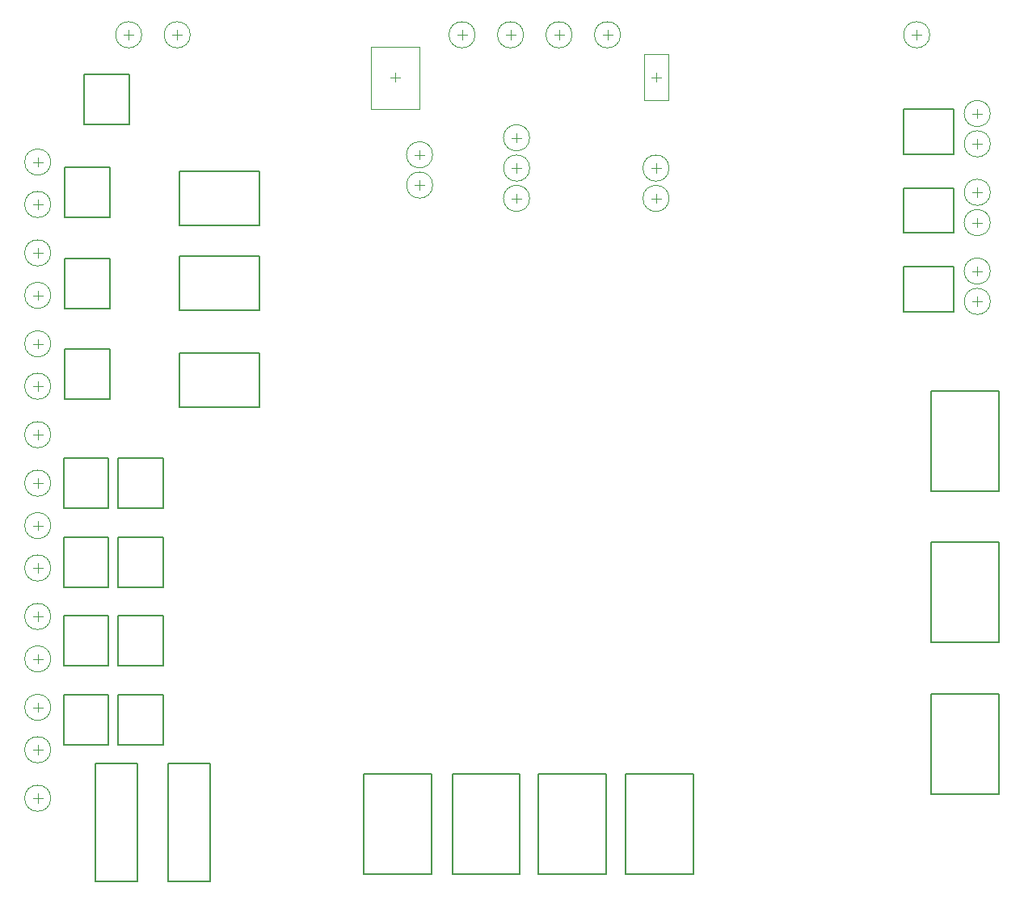
<source format=gbr>
%TF.GenerationSoftware,Altium Limited,Altium Designer,19.1.7 (138)*%
G04 Layer_Color=1265191*
%FSLAX26Y26*%
%MOIN*%
%TF.FileFunction,Other,Top_Courtyard*%
%TF.Part,Single*%
G01*
G75*
%TA.AperFunction,NonConductor*%
%ADD49C,0.003937*%
%ADD52C,0.007874*%
%ADD75C,0.001968*%
D49*
X1075000Y2105315D02*
Y2144685D01*
X1055315Y2125000D02*
X1094685D01*
X1055315Y1950000D02*
X1094685D01*
X1075000Y1930315D02*
Y1969685D01*
Y2305315D02*
Y2344685D01*
X1055315Y2325000D02*
X1094685D01*
X4930315Y3550000D02*
X4969685D01*
X4950000Y3530315D02*
Y3569685D01*
X1075000Y3805315D02*
Y3844685D01*
X1055315Y3825000D02*
X1094685D01*
X1075000Y3980315D02*
Y4019685D01*
X1055315Y4000000D02*
X1094685D01*
X1075000Y3430315D02*
Y3469685D01*
X1055315Y3450000D02*
X1094685D01*
X1075000Y3605315D02*
Y3644685D01*
X1055315Y3625000D02*
X1094685D01*
X1075000Y3055315D02*
Y3094685D01*
X1055315Y3075000D02*
X1094685D01*
X1075000Y3230315D02*
Y3269685D01*
X1055315Y3250000D02*
X1094685D01*
X3405315Y4525000D02*
X3444685D01*
X3425000Y4505315D02*
Y4544685D01*
X3405315Y4525000D02*
X3444685D01*
X3425000Y4505315D02*
Y4544685D01*
X2530315Y4350000D02*
X2569685D01*
X2550000Y4330315D02*
Y4369685D01*
X3605315Y4350000D02*
X3644685D01*
X3625000Y4330315D02*
Y4369685D01*
X1075000Y2480315D02*
Y2519685D01*
X1055315Y2500000D02*
X1094685D01*
X1430315Y4525000D02*
X1469685D01*
X1450000Y4505315D02*
Y4544685D01*
X1075000Y1730315D02*
Y1769685D01*
X1055315Y1750000D02*
X1094685D01*
X1075000Y1355315D02*
Y1394685D01*
X1055315Y1375000D02*
X1094685D01*
X1075000Y1555315D02*
Y1594685D01*
X1055315Y1575000D02*
X1094685D01*
X4950000Y3730315D02*
Y3769685D01*
X4930315Y3750000D02*
X4969685D01*
X4950000Y3855315D02*
Y3894685D01*
X4930315Y3875000D02*
X4969685D01*
X4950000Y4055315D02*
Y4094685D01*
X4930315Y4075000D02*
X4969685D01*
X4950000Y4180315D02*
Y4219685D01*
X4930315Y4200000D02*
X4969685D01*
X4950000Y3405315D02*
Y3444685D01*
X4930315Y3425000D02*
X4969685D01*
X1075000Y2855315D02*
Y2894685D01*
X1055315Y2875000D02*
X1094685D01*
X1075000Y2655315D02*
Y2694685D01*
X1055315Y2675000D02*
X1094685D01*
X2805315Y4525000D02*
X2844685D01*
X2825000Y4505315D02*
Y4544685D01*
X3005315Y4525000D02*
X3044685D01*
X3025000Y4505315D02*
Y4544685D01*
X3205315Y4525000D02*
X3244685D01*
X3225000Y4505315D02*
Y4544685D01*
X1630315Y4525000D02*
X1669685D01*
X1650000Y4505315D02*
Y4544685D01*
X4700000Y4505315D02*
Y4544685D01*
X4680315Y4525000D02*
X4719685D01*
X4700000Y4505315D02*
Y4544685D01*
X4680315Y4525000D02*
X4719685D01*
X3625000Y3955315D02*
Y3994685D01*
X3605315Y3975000D02*
X3644685D01*
X3625000Y3830315D02*
Y3869685D01*
X3605315Y3850000D02*
X3644685D01*
X3050000Y3830315D02*
Y3869685D01*
X3030315Y3850000D02*
X3069685D01*
X3050000Y3955315D02*
Y3994685D01*
X3030315Y3975000D02*
X3069685D01*
X3030315Y4100000D02*
X3069685D01*
X3050000Y4080315D02*
Y4119685D01*
X3030315Y4100000D02*
X3069685D01*
X3050000Y4080315D02*
Y4119685D01*
X2630315Y3904921D02*
X2669685D01*
X2650000Y3885236D02*
Y3924606D01*
X2630315Y3904921D02*
X2669685D01*
X2650000Y3885236D02*
Y3924606D01*
Y4010236D02*
Y4049606D01*
X2630315Y4029921D02*
X2669685D01*
D52*
X3418976Y1063504D02*
Y1476496D01*
X3141024Y1063504D02*
X3418976D01*
X3141024D02*
Y1476496D01*
X3418976D01*
X2699095Y1063504D02*
Y1476496D01*
X2421142Y1063504D02*
X2699095D01*
X2421142D02*
Y1476496D01*
X2699095D01*
X3063977Y1063504D02*
Y1476496D01*
X2786024Y1063504D02*
X3063977D01*
X2786024D02*
Y1476496D01*
X3063977D01*
X3778977Y1063504D02*
Y1476496D01*
X3501024Y1063504D02*
X3778977D01*
X3501024D02*
Y1476496D01*
X3778977D01*
X4761024Y2018504D02*
Y2431496D01*
X5038977D01*
Y2018504D02*
Y2431496D01*
X4761024Y2018504D02*
X5038977D01*
X4761024Y1393504D02*
Y1806496D01*
X5038977D01*
Y1393504D02*
Y1806496D01*
X4761024Y1393504D02*
X5038977D01*
X4761024Y2643504D02*
X5038976D01*
Y3056496D01*
X4761024D02*
X5038976D01*
X4761024Y2643504D02*
Y3056496D01*
X1407480Y2571653D02*
Y2778347D01*
Y2571653D02*
X1592520D01*
Y2778347D01*
X1407480D02*
X1592520D01*
X1267480Y4156654D02*
Y4363346D01*
Y4156654D02*
X1452520D01*
Y4363346D01*
X1267480D02*
X1452520D01*
X1182480Y2571653D02*
Y2778347D01*
Y2571653D02*
X1367520D01*
Y2778347D01*
X1182480D02*
X1367520D01*
X4646654Y4032480D02*
X4853346D01*
Y4217520D01*
X4646654D02*
X4853346D01*
X4646654Y4032480D02*
Y4217520D01*
Y3707480D02*
X4853346D01*
Y3892520D01*
X4646654D02*
X4853346D01*
X4646654Y3707480D02*
Y3892520D01*
Y3382480D02*
X4853346D01*
Y3567520D01*
X4646654D02*
X4853346D01*
X4646654Y3382480D02*
Y3567520D01*
X1407480Y1596653D02*
Y1803347D01*
Y1596653D02*
X1592520D01*
Y1803347D01*
X1407480D02*
X1592520D01*
X1182480Y1596653D02*
Y1803347D01*
Y1596653D02*
X1367520D01*
Y1803347D01*
X1182480D02*
X1367520D01*
X1187480Y3771653D02*
Y3978347D01*
Y3771653D02*
X1372520D01*
Y3978347D01*
X1187480D02*
X1372520D01*
X1187480Y3396653D02*
Y3603347D01*
Y3396653D02*
X1372520D01*
Y3603347D01*
X1187480D02*
X1372520D01*
X1187480Y3021653D02*
Y3228347D01*
Y3021653D02*
X1372520D01*
Y3228347D01*
X1187480D02*
X1372520D01*
X1182480Y2246653D02*
Y2453347D01*
Y2246653D02*
X1367520D01*
Y2453347D01*
X1182480D02*
X1367520D01*
X1182480Y1921653D02*
Y2128347D01*
Y1921653D02*
X1367520D01*
Y2128347D01*
X1182480D02*
X1367520D01*
X1659646Y3960827D02*
X1990354D01*
X1659646Y3739173D02*
Y3960827D01*
Y3739173D02*
X1990354D01*
Y3960827D01*
X1659646Y3210827D02*
X1990354D01*
X1659646Y2989173D02*
Y3210827D01*
Y2989173D02*
X1990354D01*
Y3210827D01*
X1659646Y3610827D02*
X1990354D01*
X1659646Y3389173D02*
Y3610827D01*
Y3389173D02*
X1990354D01*
Y3610827D01*
X1313063Y1031284D02*
X1486937D01*
Y1518716D01*
X1313063D02*
X1486937D01*
X1313063Y1031284D02*
Y1518716D01*
X1613063D02*
X1786937D01*
X1613063Y1031284D02*
Y1518716D01*
Y1031284D02*
X1786937D01*
Y1518716D01*
X1407480Y1921653D02*
Y2128347D01*
Y1921653D02*
X1592520D01*
Y2128347D01*
X1407480D02*
X1592520D01*
X1407480Y2246653D02*
Y2453347D01*
Y2246653D02*
X1592520D01*
Y2453347D01*
X1407480D02*
X1592520D01*
D75*
X1128937Y2125000D02*
G03*
X1128937Y2125000I-53937J0D01*
G01*
Y1950000D02*
G03*
X1128937Y1950000I-53937J0D01*
G01*
Y2325000D02*
G03*
X1128937Y2325000I-53937J0D01*
G01*
X5003937Y3550000D02*
G03*
X5003937Y3550000I-53937J0D01*
G01*
X1128937Y3825000D02*
G03*
X1128937Y3825000I-53937J0D01*
G01*
Y4000000D02*
G03*
X1128937Y4000000I-53937J0D01*
G01*
Y3450000D02*
G03*
X1128937Y3450000I-53937J0D01*
G01*
Y3625000D02*
G03*
X1128937Y3625000I-53937J0D01*
G01*
Y3075000D02*
G03*
X1128937Y3075000I-53937J0D01*
G01*
Y3250000D02*
G03*
X1128937Y3250000I-53937J0D01*
G01*
X3478937Y4525000D02*
G03*
X3478937Y4525000I-53937J0D01*
G01*
X1128937Y2500000D02*
G03*
X1128937Y2500000I-53937J0D01*
G01*
X1503937Y4525000D02*
G03*
X1503937Y4525000I-53937J0D01*
G01*
X1128937Y1750000D02*
G03*
X1128937Y1750000I-53937J0D01*
G01*
Y1375000D02*
G03*
X1128937Y1375000I-53937J0D01*
G01*
Y1575000D02*
G03*
X1128937Y1575000I-53937J0D01*
G01*
X5003937Y3750000D02*
G03*
X5003937Y3750000I-53937J0D01*
G01*
Y3875000D02*
G03*
X5003937Y3875000I-53937J0D01*
G01*
Y4075000D02*
G03*
X5003937Y4075000I-53937J0D01*
G01*
Y4200000D02*
G03*
X5003937Y4200000I-53937J0D01*
G01*
Y3425000D02*
G03*
X5003937Y3425000I-53937J0D01*
G01*
X1128937Y2875000D02*
G03*
X1128937Y2875000I-53937J0D01*
G01*
Y2675000D02*
G03*
X1128937Y2675000I-53937J0D01*
G01*
X2878937Y4525000D02*
G03*
X2878937Y4525000I-53937J0D01*
G01*
X3078937D02*
G03*
X3078937Y4525000I-53937J0D01*
G01*
X3278937D02*
G03*
X3278937Y4525000I-53937J0D01*
G01*
X1703937D02*
G03*
X1703937Y4525000I-53937J0D01*
G01*
X4753937D02*
G03*
X4753937Y4525000I-53937J0D01*
G01*
X3678937Y3975000D02*
G03*
X3678937Y3975000I-53937J0D01*
G01*
Y3850000D02*
G03*
X3678937Y3850000I-53937J0D01*
G01*
X3103937D02*
G03*
X3103937Y3850000I-53937J0D01*
G01*
Y3975000D02*
G03*
X3103937Y3975000I-53937J0D01*
G01*
Y4100000D02*
G03*
X3103937Y4100000I-53937J0D01*
G01*
X2703937Y3904921D02*
G03*
X2703937Y3904921I-53937J0D01*
G01*
Y4029921D02*
G03*
X2703937Y4029921I-53937J0D01*
G01*
X2449016Y4475937D02*
X2650984D01*
X2449016Y4218063D02*
X2650984D01*
Y4475937D01*
X2449016Y4218063D02*
Y4475937D01*
X3675000Y4254134D02*
Y4445866D01*
X3575000Y4254134D02*
Y4445866D01*
X3675000D01*
X3575000Y4254134D02*
X3675000D01*
%TF.MD5,809414fefca581b30142f35c76216128*%
M02*

</source>
